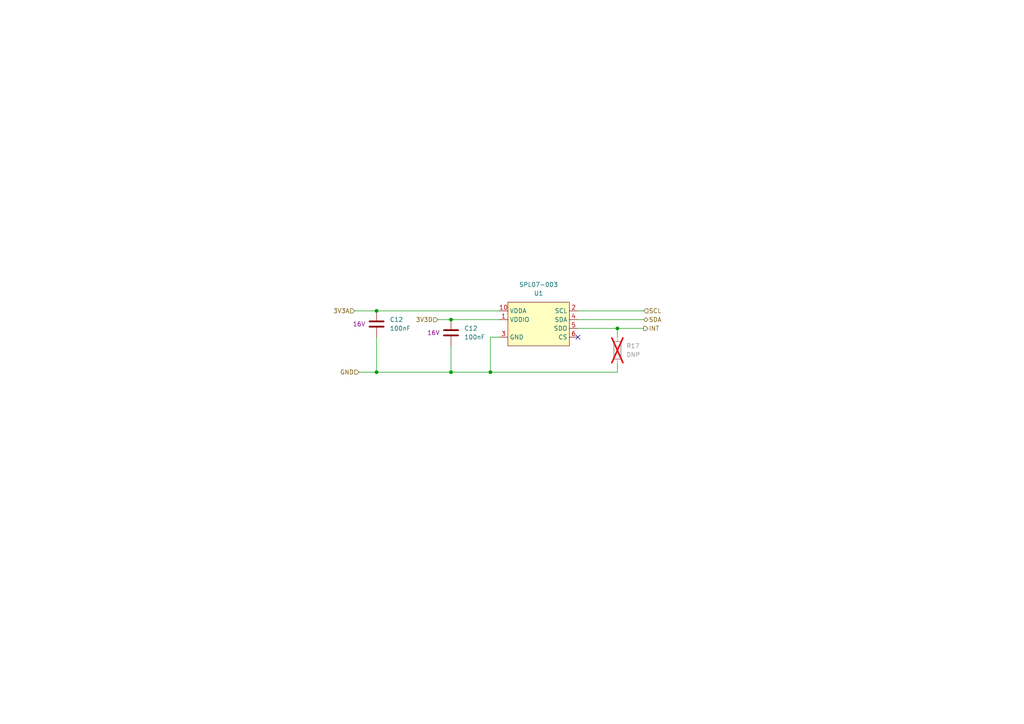
<source format=kicad_sch>
(kicad_sch (version 20230121) (generator eeschema)
  (paper "A4")
  (lib_symbols
    (symbol "Device:C" (pin_numbers hide) (pin_names (offset 0.254))
      (property "Reference" "C" (at 0.635 2.54 0))
      (property "Value" "C" (at 0.635 -2.54 0))
      (symbol "C_0_1"
        (polyline (pts (xy -2.032 -0.762) (xy 2.032 -0.762)) (stroke (width 0.508)))
        (polyline (pts (xy -2.032 0.762) (xy 2.032 0.762)) (stroke (width 0.508)))
      )
      (symbol "C_1_1"
        (pin passive line (at 0 3.81 270) (length 2.794) (name "~") (number "1"))
        (pin passive line (at 0 -3.81 90) (length 2.794) (name "~") (number "2"))
      )
    )
    (symbol "Device:R" (pin_numbers hide) (pin_names (offset 0))
      (property "Reference" "R" (at 2.032 0 90))
      (property "Value" "R" (at 0 0 90))
      (symbol "R_0_1"
        (rectangle (start -1.016 -2.54) (end 1.016 2.54) (stroke (width 0.254)))
      )
      (symbol "R_1_1"
        (pin passive line (at 0 3.81 270) (length 1.27) (name "~") (number "1"))
        (pin passive line (at 0 -3.81 90) (length 1.27) (name "~") (number "2"))
      )
    )
    (symbol "my_library:SPL07-003"
      (property "Reference" "U" (at 0 7.62 0))
      (symbol "SPL07-003_1_1"
        (rectangle (start -8.89 6.35) (end 8.89 -6.35) (fill (type background)))
        (pin power_in line (at -11.43 1.27 0) (length 2.54) (name "VDDIO") (number "1"))
        (pin power_in line (at -11.43 3.81 0) (length 2.54) (name "VDDA") (number "10"))
        (pin passive line (at 11.43 3.81 180) (length 2.54) (name "SCL") (number "2"))
        (pin power_in line (at -11.43 -3.81 0) (length 2.54) (name "GND") (number "3"))
        (pin passive line (at 11.43 1.27 180) (length 2.54) (name "SDA") (number "4"))
        (pin passive line (at 11.43 -1.27 180) (length 2.54) (name "SDO") (number "5"))
        (pin passive line (at 11.43 -3.81 180) (length 2.54) (name "CS") (number "6"))
        (pin no_connect line (at 1.27 -1.27 90) (length 2.54) hide (name "NC") (number "7"))
        (pin power_in line (at -11.43 -3.81 0) (length 2.54) hide (name "GND") (number "8"))
        (pin power_in line (at -11.43 -3.81 0) (length 2.54) hide (name "GND") (number "9"))
      )
    )
  )
  (junction (at 142.24 107.95))
  (junction (at 109.22 90.17))
  (junction (at 179.07 95.25))
  (junction (at 130.81 107.95))
  (junction (at 130.81 92.71))
  (junction (at 109.22 107.95))
  (no_connect (at 167.64 97.79))
  (wire (pts (xy 179.07 97.79) (xy 179.07 95.25)))
  (wire (pts (xy 109.22 97.79) (xy 109.22 107.95)))
  (wire (pts (xy 142.24 97.79) (xy 144.78 97.79)))
  (wire (pts (xy 167.64 95.25) (xy 179.07 95.25)))
  (wire (pts (xy 130.81 92.71) (xy 144.78 92.71)))
  (wire (pts (xy 179.07 95.25) (xy 186.69 95.25)))
  (wire (pts (xy 104.14 107.95) (xy 109.22 107.95)))
  (wire (pts (xy 142.24 107.95) (xy 142.24 97.79)))
  (wire (pts (xy 130.81 107.95) (xy 142.24 107.95)))
  (wire (pts (xy 167.64 92.71) (xy 186.69 92.71)))
  (wire (pts (xy 130.81 100.33) (xy 130.81 107.95)))
  (wire (pts (xy 179.07 107.95) (xy 142.24 107.95)))
  (wire (pts (xy 102.87 90.17) (xy 109.22 90.17)))
  (wire (pts (xy 179.07 105.41) (xy 179.07 107.95)))
  (wire (pts (xy 109.22 107.95) (xy 130.81 107.95)))
  (wire (pts (xy 127 92.71) (xy 130.81 92.71)))
  (wire (pts (xy 109.22 90.17) (xy 144.78 90.17)))
  (wire (pts (xy 167.64 90.17) (xy 186.69 90.17)))
  (hierarchical_label "3V3A" (shape input) (at 102.87 90.17 180))
  (hierarchical_label "INT" (shape output) (at 186.69 95.25 0))
  (hierarchical_label "GND" (shape input) (at 104.14 107.95 180))
  (hierarchical_label "SCL" (shape input) (at 186.69 90.17 0))
  (hierarchical_label "3V3D" (shape input) (at 127 92.71 180))
  (hierarchical_label "SDA" (shape bidirectional) (at 186.69 92.71 0))
  (symbol (lib_id "Device:R") (at 179.07 101.6 0) (unit 1) (in_bom no) (dnp yes)
    (property "Reference" "R17" (at 181.61 100.33 0) (effects (justify left)))
    (property "Value" "DNP" (at 181.61 102.87 0) (effects (justify left)))
    (property "Footprint" "Resistor_SMD:R_0402_1005Metric" (effects hide))
  )
  (symbol (lib_id "my_library:SPL07-003") (at 156.21 93.98 0) (unit 1)
    (property "Reference" "U1" (at 156.21 85.09 0))
    (property "Value" "SPL07-003" (at 156.21 82.55 0))
    (property "Footprint" "Package_LGA:ST_HLGA-10_2x2mm_P0.5mm_LayoutBorder3x2y" (effects hide))
    (property "Datasheet" "https://mm.digikey.com/Volume0/opasdata/d220001/medias/docus/4843/SPL07-003.pdf" (effects hide))
    (property "Manufacturer PN" "SPL07-003" (effects hide))
    (property "Supplier PN" "4719-SPL07-003CT-ND" (effects hide))
    (property "Supplier" "Digikey" (effects hide))
  )
  (symbol (lib_id "Device:C") (at 130.81 96.52 0) (unit 1)
    (property "Reference" "C12" (at 134.62 95.25 0) (effects (justify left)))
    (property "Value" "100nF" (at 134.62 97.79 0) (effects (justify left)))
    (property "Footprint" "Capacitor_SMD:C_0402_1005Metric" (effects hide))
    (property "Datasheet" "https://wmsc.lcsc.com/wmsc/upload/file/pdf/v2/lcsc/2304140030_Samsung-Electro-Mechanics-CL05B104KO5NNNC_C1525.pdf" (effects hide))
    (property "Manufacturer PN" "CL05B104KO5NNNC" (effects hide))
    (property "Supplier PN" "C1525" (effects hide))
    (property "Supplier" "JLC" (effects hide))
    (property "Voltage" "16V" (at 125.73 96.52 0))
    (instances (project "flight_computer" (path "" (reference "C12") (unit 1)) (path "" (reference "C13") (unit 1))))
  )
  (symbol (lib_id "Device:C") (at 109.22 93.98 0) (unit 1)
    (property "Reference" "C12" (at 113.03 92.71 0) (effects (justify left)))
    (property "Value" "100nF" (at 113.03 95.25 0) (effects (justify left)))
    (property "Footprint" "Capacitor_SMD:C_0402_1005Metric" (effects hide))
    (property "Datasheet" "https://wmsc.lcsc.com/wmsc/upload/file/pdf/v2/lcsc/2304140030_Samsung-Electro-Mechanics-CL05B104KO5NNNC_C1525.pdf" (effects hide))
    (property "Manufacturer PN" "CL05B104KO5NNNC" (effects hide))
    (property "Supplier PN" "C1525" (effects hide))
    (property "Supplier" "JLC" (effects hide))
    (property "Voltage" "16V" (at 104.14 93.98 0))
    (instances (project "flight_computer" (path "" (reference "C12") (unit 1)) (path "" (reference "C14") (unit 1))))
  )
)
</source>
